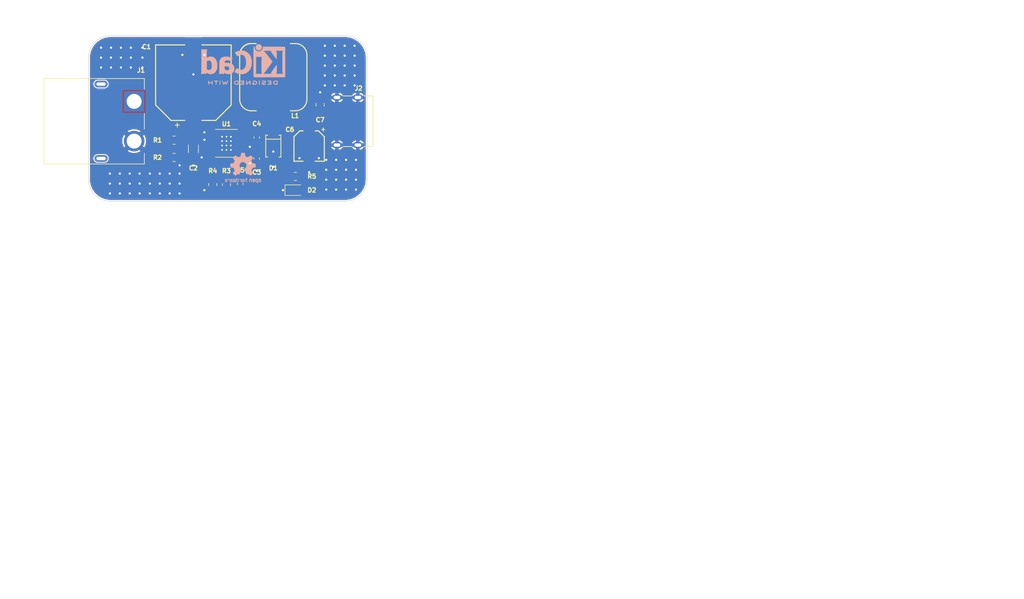
<source format=kicad_pcb>
(kicad_pcb (version 20241229) (generator "pcbnew") (generator_version "9.0")
  (title_block (title "${DOC_TYPE} Document") (date "2024-04-13") (rev "1.0") (company "No Name") (comment 1 "Mustafa Emin ADAK"))
  (layers (0 "F.Cu" signal "L1 (Sig, PWR)") (2 "B.Cu" signal "L2 (GND)") (13 "F.Paste" user) (15 "B.Paste" user) (5 "F.SilkS" user "F.Silkscreen") (7 "B.SilkS" user "B.Silkscreen") (1 "F.Mask" user) (3 "B.Mask" user) (25 "Edge.Cuts" user))
  (property "BOARD_NAME" "Board Name")
  (property "COMPANY" "Company Name")
  (property "DESIGNER" "Designer Name")
  (property "DOC_TYPE" "Fabrication")
  (property "PROJECT_NAME" "Project Name")
  (property "RELEASE_DATE" "Release Date")
  (property "REVIEWER" "Reviewer Name")
  (property "REVISION" "Revision Number")
  (property "VARIANT" "Variant Name")
  (net 0 "")
  (net 1 "VIN")
  (net 2 "GND")
  (net 3 "Net-(U1-SS)")
  (net 4 "Net-(U1-BST)")
  (net 5 "Net-(D1-C)")
  (net 6 "/FB")
  (net 7 "+5V")
  (net 8 "Net-(D2-A)")
  (net 11 "Net-(U1-EN)")
  (footprint "LED_SMD:LED_0805_2012Metric_Pad1.15x1.40mm_HandSolder" (layer "F.Cu") (at 151.475 122.5)
    (property "Reference" "D2" (at 3.025 0 180) (layer "F.SilkS") (effects (font (size 0.8 0.8) (thickness 0.2))))
    (property "Value" "LED_GREEN")
    (pad "1" smd roundrect (at -1.025 0) (size 1.15 1.4) (layers "F.Cu" "F.Mask" "F.Paste") (roundrect_rratio 0.217391) (net 2 "GND") (thermal_bridge_width 0.6) (thermal_gap 0.3))
    (pad "2" smd roundrect (at 1.025 0) (size 1.15 1.4) (layers "F.Cu" "F.Mask" "F.Paste") (roundrect_rratio 0.217391) (net 8 "Net-(D2-A)"))
  )
  (footprint "0_capacitors:WCAP-ASLI_5X5.5_DXL_47U_" (layer "F.Cu") (at 154 114.5 90)
    (property "Reference" "C6" (at 3 -3.5 0) (layer "F.SilkS") (effects (font (size 0.8 0.8) (thickness 0.2))))
    (property "Value" "47uF-16V")
    (fp_text user "+" (at 3 2.5 90) (layer "F.SilkS") (effects (font (size 0.8 0.8))))
    (pad "1" smd rect (at 2.2 0 90) (size 3 1.6) (layers "F.Cu" "F.Mask" "F.Paste") (net 7 "+5V"))
    (pad "2" smd rect (at -2.2 0 90) (size 3 1.6) (layers "F.Cu" "F.Mask" "F.Paste") (net 2 "GND"))
  )
  (footprint "Resistor_SMD:R_0805_2012Metric_Pad1.20x1.40mm_HandSolder" (layer "F.Cu") (at 129.5 116.5625)
    (property "Reference" "R2" (at -3 0 180) (layer "F.SilkS") (effects (font (size 0.8 0.8) (thickness 0.2))))
    (property "Value" "33K-DNP")
    (pad "1" smd roundrect (at -1 0) (size 1.2 1.4) (layers "F.Cu" "F.Mask" "F.Paste") (roundrect_rratio 0.208333) (net 11 "Net-(U1-EN)"))
    (pad "2" smd roundrect (at 1 0) (size 1.2 1.4) (layers "F.Cu" "F.Mask" "F.Paste") (roundrect_rratio 0.208333) (net 2 "GND") (thermal_bridge_width 0.6) (thermal_gap 0.3))
  )
  (footprint "Capacitor_SMD:C_0805_2012Metric_Pad1.18x1.45mm_HandSolder" (layer "F.Cu") (at 156 107 90)
    (property "Reference" "C7" (hide yes))
    (property "Value" "22uF-16V")
    (fp_text user "${REFERENCE}" (at -2.75 0 0) (layer "F.SilkS") (effects (font (size 0.8 0.8) (thickness 0.2))))
    (pad "1" smd roundrect (at -1.0375 0 90) (size 1.175 1.45) (layers "F.Cu" "F.Mask" "F.Paste") (roundrect_rratio 0.212766) (net 7 "+5V"))
    (pad "2" smd roundrect (at 1.0375 0 90) (size 1.175 1.45) (layers "F.Cu" "F.Mask" "F.Paste") (roundrect_rratio 0.212766) (net 2 "GND") (thermal_bridge_width 0.6) (thermal_gap 0.3))
  )
  (footprint "Resistor_SMD:R_0805_2012Metric_Pad1.20x1.40mm_HandSolder" (layer "F.Cu") (at 129.5 113.4375 180)
    (property "Reference" "R1" (at 3 0 180) (layer "F.SilkS") (effects (font (size 0.8 0.8) (thickness 0.2))))
    (property "Value" "100K")
    (pad "1" smd roundrect (at -1 0 180) (size 1.2 1.4) (layers "F.Cu" "F.Mask" "F.Paste") (roundrect_rratio 0.208333) (net 1 "VIN"))
    (pad "2" smd roundrect (at 1 0 180) (size 1.2 1.4) (layers "F.Cu" "F.Mask" "F.Paste") (roundrect_rratio 0.208333) (net 11 "Net-(U1-EN)"))
  )
  (footprint "0_connectors:AMASS_XT60PW-M" (layer "F.Cu") (at 116.25 110 90)
    (property "Reference" "J1" (at 9.25 7.25 0) (layer "F.SilkS") (effects (font (size 0.8 0.8) (thickness 0.2))))
    (property "Value" "Conn_Male")
    (pad "" thru_hole oval (at -6.75 0 90) (size 1.2 2.4) (drill oval 0.6 1.7) (layers "*.Cu" "*.Mask"))
    (pad "" thru_hole oval (at 6.75 0 90) (size 1.2 2.4) (drill oval 0.6 1.7) (layers "*.Cu" "*.Mask"))
    (pad "1" thru_hole rect (at 3.6 6 90) (size 3.716 3.716) (drill 2.7) (layers "*.Cu" "*.Mask") (net 1 "VIN"))
    (pad "2" thru_hole circle (at -3.6 6 90) (size 3.716 3.716) (drill 2.7) (layers "*.Cu" "*.Mask") (net 2 "GND") (thermal_bridge_width 0.9) (thermal_gap 0.3))
  )
  (footprint "Capacitor_SMD:C_0603_1608Metric_Pad1.08x0.95mm_HandSolder" (layer "F.Cu") (at 144.5 112.9575 90)
    (property "Reference" "C4" (at 2.5 0 180) (layer "F.SilkS") (effects (font (size 0.8 0.8) (thickness 0.2))))
    (property "Value" "100nF-50V")
    (pad "1" smd roundrect (at -0.8625 0 90) (size 1.075 0.95) (layers "F.Cu" "F.Mask" "F.Paste") (net 4 "Net-(U1-BST)"))
    (pad "2" smd roundrect (at 0.8625 0 90) (size 1.075 0.95) (layers "F.Cu" "F.Mask" "F.Paste") (net 5 "Net-(D1-C)"))
  )
  (footprint "Resistor_SMD:R_0805_2012Metric_Pad1.20x1.40mm_HandSolder" (layer "F.Cu") (at 151.5 120)
    (property "Reference" "R5" (at 3 0 180) (layer "F.SilkS") (effects (font (size 0.8 0.8) (thickness 0.2))))
    (property "Value" "330")
    (pad "1" smd roundrect (at -1 0) (size 1.2 1.4) (layers "F.Cu" "F.Mask" "F.Paste") (roundrect_rratio 0.208333) (net 7 "+5V"))
    (pad "2" smd roundrect (at 1 0) (size 1.2 1.4) (layers "F.Cu" "F.Mask" "F.Paste") (roundrect_rratio 0.208333) (net 8 "Net-(D2-A)"))
  )
  (footprint "Resistor_SMD:R_0805_2012Metric_Pad1.20x1.40mm_HandSolder" (layer "F.Cu") (at 136.525 121.5 -90)
    (property "Reference" "R4" (at -2.5 0 0) (layer "F.SilkS") (effects (font (size 0.8 0.8) (thickness 0.2))))
    (property "Value" "68K")
    (pad "1" smd roundrect (at -1 0 270) (size 1.2 1.4) (layers "F.Cu" "F.Mask" "F.Paste") (roundrect_rratio 0.208333) (net 6 "/FB"))
    (pad "2" smd roundrect (at 1 0 270) (size 1.2 1.4) (layers "F.Cu" "F.Mask" "F.Paste") (roundrect_rratio 0.208333) (net 2 "GND") (thermal_bridge_width 0.6) (thermal_gap 0.3))
  )
  (footprint "0_capacitors:WCAP-ASLI_12.5X14_DXL_220U_" (layer "F.Cu") (at 133 103 -90)
    (property "Reference" "C1" (at -6.5 8.5 0) (layer "F.SilkS") (effects (font (size 0.8 0.8) (thickness 0.2))))
    (property "Value" "220uF-63V")
    (fp_text user "+" (at 7.7 3 90) (layer "F.SilkS"))
    (pad "1" smd rect (at 5.05 0 270) (size 5.8 2.5) (layers "F.Cu" "F.Mask" "F.Paste") (net 1 "VIN"))
    (pad "2" smd rect (at -5.05 0 270) (size 5.8 2.5) (layers "F.Cu" "F.Mask" "F.Paste") (net 2 "GND") (thermal_bridge_width 0.9) (thermal_gap 0.3))
  )
  (footprint "Capacitor_SMD:C_0603_1608Metric_Pad1.08x0.95mm_HandSolder" (layer "F.Cu") (at 141.5 121.3625 90)
    (property "Reference" "C5" (at 2.5 0 0) (layer "F.SilkS") (effects (font (size 0.8 0.8) (thickness 0.2))))
    (property "Value" "120pF-50V")
    (pad "1" smd roundrect (at -0.8625 0 90) (size 1.075 0.95) (layers "F.Cu" "F.Mask" "F.Paste") (net 7 "+5V"))
    (pad "2" smd roundrect (at 0.8625 0 90) (size 1.075 0.95) (layers "F.Cu" "F.Mask" "F.Paste") (net 6 "/FB"))
  )
  (footprint "Capacitor_SMD:C_1206_3216Metric_Pad1.33x1.80mm_HandSolder" (layer "F.Cu") (at 133 115 -90)
    (property "Reference" "C2" (hide yes))
    (property "Value" "2.2uF-100V")
    (fp_text user "${REFERENCE}" (at 3.5 0 0) (layer "F.SilkS") (effects (font (size 0.8 0.8) (thickness 0.2))))
    (pad "1" smd roundrect (at -1.5625 0 270) (size 1.325 1.8) (layers "F.Cu" "F.Mask" "F.Paste") (roundrect_rratio 0.188679) (net 1 "VIN"))
    (pad "2" smd roundrect (at 1.5625 0 270) (size 1.325 1.8) (layers "F.Cu" "F.Mask" "F.Paste") (roundrect_rratio 0.188679) (net 2 "GND") (thermal_bridge_width 0.6) (thermal_gap 0.3))
  )
  (footprint "0_connectors:2171750001_MOL" (layer "F.Cu") (at 162 110 90)
    (property "Reference" "J2" (at 5.982233 0.982233 0) (layer "F.SilkS") (effects (font (size 0.8 0.8) (thickness 0.2))))
    (property "Value" "Conn_USB_TypeC_PWR")
    (pad "7" thru_hole oval (at -4.32 -2.9544 90) (size 1.0922 1.7018) (drill oval 0.6 1.2) (layers "*.Cu" "*.Mask") (net 2 "GND") (thermal_bridge_width 0.6) (thermal_gap 0.3))
    (pad "7" thru_hole oval (at -4.32 0.845599 90) (size 1.0922 1.7018) (drill oval 0.6 1.2) (layers "*.Cu" "*.Mask") (net 2 "GND") (thermal_bridge_width 0.6) (thermal_gap 0.3))
    (pad "7" thru_hole oval (at 4.32 -2.9544 90) (size 1.0922 1.7018) (drill oval 0.6 1.2) (layers "*.Cu" "*.Mask") (net 2 "GND") (thermal_bridge_width 0.6) (thermal_gap 0.3))
    (pad "7" thru_hole oval (at 4.32 0.845599 90) (size 1.0922 1.7018) (drill oval 0.6 1.2) (layers "*.Cu" "*.Mask") (net 2 "GND") (thermal_bridge_width 0.6) (thermal_gap 0.3))
    (pad "A5" smd rect (at -0.499999 -3.034401 90) (size 0.7112 1.1938) (layers "F.Cu" "F.Mask" "F.Paste"))
    (pad "A9" smd rect (at 1.52 -3.034401 90) (size 0.762 1.1938) (layers "F.Cu" "F.Mask" "F.Paste") (net 7 "+5V"))
    (pad "A12" smd rect (at 2.75 -3.034401 90) (size 0.8128 1.1938) (layers "F.Cu" "F.Mask" "F.Paste") (net 2 "GND"))
    (pad "B5" smd rect (at 0.499999 -3.034401 90) (size 0.7112 1.1938) (layers "F.Cu" "F.Mask" "F.Paste"))
    (pad "B9" smd rect (at -1.519936 -3.034284 90) (size 0.762 1.1938) (layers "F.Cu" "F.Mask" "F.Paste") (net 7 "+5V"))
    (pad "B12" smd rect (at -2.749936 -3.034284 90) (size 0.8128 1.1938) (layers "F.Cu" "F.Mask" "F.Paste") (net 2 "GND") (thermal_bridge_width 0.6) (thermal_gap 0.3))
  )
  (footprint "0_mp2494:SOIC8E" (layer "F.Cu") (at 139 114)
    (property "Reference" "U1" (at 0 -3.5 180) (layer "F.SilkS") (effects (font (size 0.8 0.8) (thickness 0.2))))
    (property "Value" "MP2494DN-LF-Z")
    (pad "1" smd roundrect (at -2.475 -1.905) (size 1.97 0.6) (layers "F.Cu" "F.Mask" "F.Paste") (roundrect_rratio 0.125) (net 1 "VIN"))
    (pad "2" smd roundrect (at -2.475 -0.635) (size 1.97 0.6) (layers "F.Cu" "F.Mask" "F.Paste") (roundrect_rratio 0.125) (net 2 "GND"))
    (pad "2" smd rect (at 0 0) (size 2.41 3.3) (layers "F.Cu" "F.Mask") (net 2 "GND"))
    (pad "3" smd roundrect (at -2.475 0.635) (size 1.97 0.6) (layers "F.Cu" "F.Mask" "F.Paste") (roundrect_rratio 0.125) (net 11 "Net-(U1-EN)"))
    (pad "4" smd roundrect (at -2.475 1.905) (size 1.97 0.6) (layers "F.Cu" "F.Mask" "F.Paste") (roundrect_rratio 0.125) (net 6 "/FB"))
    (pad "5" smd roundrect (at 2.475 1.905) (size 1.97 0.6) (layers "F.Cu" "F.Mask" "F.Paste") (roundrect_rratio 0.125) (net 3 "Net-(U1-SS)"))
    (pad "6" smd roundrect (at 2.475 0.635) (size 1.97 0.6) (layers "F.Cu" "F.Mask" "F.Paste") (roundrect_rratio 0.125) (net 2 "GND"))
    (pad "7" smd roundrect (at 2.475 -0.635) (size 1.97 0.6) (layers "F.Cu" "F.Mask" "F.Paste") (roundrect_rratio 0.125) (net 4 "Net-(U1-BST)"))
    (pad "8" smd roundrect (at 2.475 -1.905) (size 1.97 0.6) (layers "F.Cu" "F.Mask" "F.Paste") (roundrect_rratio 0.125) (net 5 "Net-(D1-C)"))
  )
  (footprint "Capacitor_SMD:C_0603_1608Metric_Pad1.08x0.95mm_HandSolder" (layer "F.Cu") (at 144.5 116.7675 90)
    (property "Reference" "C3" (at -2.4825 0 180) (layer "F.SilkS") (effects (font (size 0.8 0.8) (thickness 0.2))))
    (property "Value" "100nF-50V")
    (pad "1" smd roundrect (at -0.8625 0 90) (size 1.075 0.95) (layers "F.Cu" "F.Mask" "F.Paste") (net 2 "GND") (thermal_bridge_width 0.6) (thermal_gap 0.3))
    (pad "2" smd roundrect (at 0.8625 0 90) (size 1.075 0.95) (layers "F.Cu" "F.Mask" "F.Paste") (net 3 "Net-(U1-SS)"))
  )
  (footprint "Resistor_SMD:R_0805_2012Metric_Pad1.20x1.40mm_HandSolder" (layer "F.Cu") (at 139 121.5 90)
    (property "Reference" "R3" (at 2.5 0 0) (layer "F.SilkS") (effects (font (size 0.8 0.8) (thickness 0.2))))
    (property "Value" "360K")
    (pad "1" smd roundrect (at -1 0 90) (size 1.2 1.4) (layers "F.Cu" "F.Mask" "F.Paste") (roundrect_rratio 0.208333) (net 7 "+5V"))
    (pad "2" smd roundrect (at 1 0 90) (size 1.2 1.4) (layers "F.Cu" "F.Mask" "F.Paste") (roundrect_rratio 0.208333) (net 6 "/FB"))
  )
  (footprint "0_inductor:WE-PD_1210" (layer "F.Cu") (at 147.5 102)
    (property "Reference" "L1" (at 3.95 7 0) (layer "F.SilkS") (effects (font (size 0.8 0.8) (thickness 0.2))))
    (property "Value" "39uH")
    (pad "1" smd rect (at 0 4.95) (size 5.4 2.9) (layers "F.Cu" "F.Mask" "F.Paste") (net 5 "Net-(D1-C)"))
    (pad "2" smd rect (at 0 -4.95) (size 5.4 2.9) (layers "F.Cu" "F.Mask" "F.Paste") (net 7 "+5V"))
  )
  (footprint "0_diode:DIO_RB050LAM_ROM-M" (layer "F.Cu") (at 147.5 114.5 -90)
    (property "Reference" "D1" (at 4 0 0) (layer "F.SilkS") (effects (font (size 0.8 0.8) (thickness 0.2))))
    (property "Value" "RBR3LAM60BTR")
    (pad "1" smd rect (at -2.3241 0 270) (size 1.2 1.6) (layers "F.Cu" "F.Mask" "F.Paste") (net 5 "Net-(D1-C)"))
    (pad "2" smd rect (at 2.3241 0 270) (size 1.2 1.6) (layers "F.Cu" "F.Mask" "F.Paste") (net 2 "GND"))
  )
  (footprint "Symbol:OSHW-Logo2_7.3x6mm_SilkScreen" (layer "B.Cu") (at 142 118.5 180)
    (property "Reference" "REF**" (hide yes))
    (property "Value" "OSHW-Logo2_7.3x6mm_SilkScreen" (hide yes))
  )
  (footprint "Symbol:KiCad-Logo2_6mm_SilkScreen" (layer "B.Cu") (at 142 99 180)
    (property "Reference" "REF**" (hide yes))
    (property "Value" "KiCad-Logo2_6mm_SilkScreen" (hide yes))
  )
  (gr_arc (start 164.5 120.5) (mid 163.328427 123.328427) (end 160.5 124.5) (stroke (width 0.1)) (layer "Edge.Cuts"))
  (gr_arc (start 114 98.5) (mid 115.171573 95.671573) (end 118 94.5) (stroke (width 0.1)) (layer "Edge.Cuts"))
  (gr_line (start 114 98.5) (end 114 120.5) (stroke (width 0.1)) (layer "Edge.Cuts"))
  (gr_line (start 160.5 94.5) (end 118 94.5) (stroke (width 0.1)) (layer "Edge.Cuts"))
  (gr_arc (start 118 124.5) (mid 115.171573 123.328427) (end 114 120.5) (stroke (width 0.1)) (layer "Edge.Cuts"))
  (gr_line (start 118 124.5) (end 160.5 124.5) (stroke (width 0.1)) (layer "Edge.Cuts"))
  (gr_line (start 164.5 120.5) (end 164.5 98.5) (stroke (width 0.1)) (layer "Edge.Cuts"))
  (gr_arc (start 160.5 94.5) (mid 163.328427 95.671573) (end 164.5 98.5) (stroke (width 0.1)) (layer "Edge.Cuts"))
  (via (at 121.45 119.5) (size 0.8) (drill 0.4) (layers "F.Cu" "B.Cu") (net 2))
  (via (at 138.2 113.6) (size 0.6) (drill 0.3) (layers "F.Cu" "B.Cu") (net 2))
  (via (at 139 112.8) (size 0.6) (drill 0.3) (layers "F.Cu" "B.Cu") (net 2))
  (via (at 158.65 96.3) (size 0.8) (drill 0.4) (layers "F.Cu" "B.Cu") (net 2))
  (via (at 139 113.6) (size 0.6) (drill 0.3) (layers "F.Cu" "B.Cu") (net 2))
  (via (at 119.65 119.5) (size 0.8) (drill 0.4) (layers "F.Cu" "B.Cu") (net 2))
  (via (at 135 113.365) (size 0.8) (drill 0.4) (layers "F.Cu" "B.Cu") (net 2))
  (via (at 158.65 101.7) (size 0.8) (drill 0.4) (layers "F.Cu" "B.Cu") (net 2))
  (via (at 123.75 98.45) (size 0.8) (drill 0.4) (layers "F.Cu" "B.Cu") (net 2))
  (via (at 121.65 98.45) (size 0.8) (drill 0.4) (layers "F.Cu" "B.Cu") (net 2))
  (via (at 138.2 114.4) (size 0.6) (drill 0.3) (layers "F.Cu" "B.Cu") (net 2))
  (via (at 157.1 122.4) (size 0.8) (drill 0.4) (layers "F.Cu" "B.Cu") (net 2))
  (via (at 135 97.95) (size 0.8) (drill 0.4) (layers "F.Cu" "B.Cu") (net 2))
  (via (at 116.25 96.65) (size 0.8) (drill 0.4) (layers "F.Cu" "B.Cu") (net 2))
  (via (at 162.5 122.4) (size 0.8) (drill 0.4) (layers "F.Cu" "B.Cu") (net 2))
  (via (at 162.5 118.8) (size 0.8) (drill 0.4) (layers "F.Cu" "B.Cu") (net 2))
  (via (at 156.85 98.1) (size 0.8) (drill 0.4) (layers "F.Cu" "B.Cu") (net 2))
  (via (at 144.5 119) (size 0.8) (drill 0.4) (layers "F.Cu" "B.Cu") (net 2))
  (via (at 128.7 119.5) (size 0.8) (drill 0.4) (layers "F.Cu" "B.Cu") (net 2))
  (via (at 152.25 116.7) (size 0.8) (drill 0.4) (layers "F.Cu" "B.Cu") (net 2))
  (via (at 162.25 103.5) (size 0.8) (drill 0.4) (layers "F.Cu" "B.Cu") (net 2))
  (via (at 156 104.75) (size 0.8) (drill 0.4) (layers "F.Cu" "B.Cu") (net 2))
  (via (at 126.9 123.1) (size 0.8) (drill 0.4) (layers "F.Cu" "B.Cu") (net 2))
  (via (at 147.5 118.25) (size 0.8) (drill 0.4) (layers "F.Cu" "B.Cu") (net 2))
  (via (at 158.65 99.9) (size 0.8) (drill 0.4) (layers "F.Cu" "B.Cu") (net 2))
  (via (at 118.05 98.45) (size 0.8) (drill 0.4) (layers "F.Cu" "B.Cu") (net 2))
  (via (at 125.1 123.1) (size 0.8) (drill 0.4) (layers "F.Cu" "B.Cu") (net 2))
  (via (at 162.25 101.7) (size 0.8) (drill 0.4) (layers "F.Cu" "B.Cu") (net 2))
  (via (at 123.75 100.25) (size 0.8) (drill 0.4) (layers "F.Cu" "B.Cu") (net 2))
  (via (at 138.2 112.8) (size 0.6) (drill 0.3) (layers "F.Cu" "B.Cu") (net 2))
  (via (at 139.8 112.8) (size 0.6) (drill 0.3) (layers "F.Cu" "B.Cu") (net 2))
  (via (at 121.45 123.1) (size 0.8) (drill 0.4) (layers "F.Cu" "B.Cu") (net 2))
  (via (at 160.45 103.5) (size 0.8) (drill 0.4) (layers "F.Cu" "B.Cu") (net 2))
  (via (at 155.75 116.7) (size 0.8) (drill 0.4) (layers "F.Cu" "B.Cu") (net 2))
  (via (at 128.7 123.1) (size 0.8) (drill 0.4) (layers "F.Cu" "B.Cu") (net 2))
  (via (at 158.9 120.6) (size 0.8) (drill 0.4) (layers "F.Cu" "B.Cu") (net 2))
  (via (at 119.85 96.65) (size 0.8) (drill 0.4) (layers "F.Cu" "B.Cu") (net 2))
  (via (at 157.1 117) (size 0.8) (drill 0.4) (layers "F.Cu" "B.Cu") (net 2))
  (via (at 119.85 98.45) (size 0.8) (drill 0.4) (layers "F.Cu" "B.Cu") (net 2))
  (via (at 162.5 120.6) (size 0.8) (drill 0.4) (layers "F.Cu" "B.Cu") (net 2))
  (via (at 143.25 117.63) (size 0.8) (drill 0.4) (layers "F.Cu" "B.Cu") (net 2))
  (via (at 157.1 120.6) (size 0.8) (drill 0.4) (layers "F.Cu" "B.Cu") (net 2))
  (via (at 121.45 121.3) (size 0.8) (drill 0.4) (layers "F.Cu" "B.Cu") (net 2))
  (via (at 123.25 119.5) (size 0.8) (drill 0.4) (layers "F.Cu" "B.Cu") (net 2))
  (via (at 139 115.2) (size 0.6) (drill 0.3) (layers "F.Cu" "B.Cu") (net 2))
  (via (at 131 97.95) (size 0.8) (drill 0.4) (layers "F.Cu" "B.Cu") (net 2))
  (via (at 123.75 96.65) (size 0.8) (drill 0.4) (layers "F.Cu" "B.Cu") (net 2))
  (via (at 130.5 118) (size 0.8) (drill 0.4) (layers "F.Cu" "B.Cu") (net 2))
  (via (at 118.05 96.65) (size 0.8) (drill 0.4) (layers "F.Cu" "B.Cu") (net 2))
  (via (at 160.7 117) (size 0.8) (drill 0.4) (layers "F.Cu" "B.Cu") (net 2))
  (via (at 157.1 118.8) (size 0.8) (drill 0.4) (layers "F.Cu" "B.Cu") (net 2))
  (via (at 160.7 122.4) (size 0.8) (drill 0.4) (layers "F.Cu" "B.Cu") (net 2))
  (via (at 156.85 103.5) (size 0.8) (drill 0.4) (layers "F.Cu" "B.Cu") (net 2))
  (via (at 121.65 100.25) (size 0.8) (drill 0.4) (layers "F.Cu" "B.Cu") (net 2))
  (via (at 160.45 96.3) (size 0.8) (drill 0.4) (layers "F.Cu" "B.Cu") (net 2))
  (via (at 138.2 115.2) (size 0.6) (drill 0.3) (layers "F.Cu" "B.Cu") (net 2))
  (via (at 139.8 114.4) (size 0.6) (drill 0.3) (layers "F.Cu" "B.Cu") (net 2))
  (via (at 147.5 115.5) (size 0.8) (drill 0.4) (layers "F.Cu" "B.Cu") (net 2))
  (via (at 119.85 100.25) (size 0.8) (drill 0.4) (layers "F.Cu" "B.Cu") (net 2))
  (via (at 160.45 98.1) (size 0.8) (drill 0.4) (layers "F.Cu" "B.Cu") (net 2))
  (via (at 133 101.5) (size 0.8) (drill 0.4) (layers "F.Cu" "B.Cu") (net 2))
  (via (at 116.25 98.45) (size 0.8) (drill 0.4) (layers "F.Cu" "B.Cu") (net 2))
  (via (at 130.5 121.3) (size 0.8) (drill 0.4) (layers "F.Cu" "B.Cu") (net 2))
  (via (at 128.7 121.3) (size 0.8) (drill 0.4) (layers "F.Cu" "B.Cu") (net 2))
  (via (at 158.9 118.8) (size 0.8) (drill 0.4) (layers "F.Cu" "B.Cu") (net 2))
  (via (at 126.9 119.5) (size 0.8) (drill 0.4) (layers "F.Cu" "B.Cu") (net 2))
  (via (at 117.85 119.5) (size 0.8) (drill 0.4) (layers "F.Cu" "B.Cu") (net 2))
  (via (at 130.5 119.5) (size 0.8) (drill 0.4) (layers "F.Cu" "B.Cu") (net 2))
  (via (at 135 122.5) (size 0.8) (drill 0.4) (layers "F.Cu" "B.Cu") (net 2))
  (via (at 143.25 114.635) (size 0.8) (drill 0.4) (layers "F.Cu" "B.Cu") (net 2))
  (via (at 125.1 119.5) (size 0.8) (drill 0.4) (layers "F.Cu" "B.Cu") (net 2))
  (via (at 116.25 100.25) (size 0.8) (drill 0.4) (layers "F.Cu" "B.Cu") (net 2))
  (via (at 125.1 121.3) (size 0.8) (drill 0.4) (layers "F.Cu" "B.Cu") (net 2))
  (via (at 119.65 121.3) (size 0.8) (drill 0.4) (layers "F.Cu" "B.Cu") (net 2))
  (via (at 139.8 113.6) (size 0.6) (drill 0.3) (layers "F.Cu" "B.Cu") (net 2))
  (via (at 134.5 116.5625) (size 0.8) (drill 0.4) (layers "F.Cu" "B.Cu") (net 2))
  (via (at 160.45 99.9) (size 0.8) (drill 0.4) (layers "F.Cu" "B.Cu") (net 2))
  (via (at 118.05 100.25) (size 0.8) (drill 0.4) (layers "F.Cu" "B.Cu") (net 2))
  (via (at 156.85 101.7) (size 0.8) (drill 0.4) (layers "F.Cu" "B.Cu") (net 2))
  (via (at 126.9 121.3) (size 0.8) (drill 0.4) (layers "F.Cu" "B.Cu") (net 2))
  (via (at 160.7 120.6) (size 0.8) (drill 0.4) (layers "F.Cu" "B.Cu") (net 2))
  (via (at 123.25 123.1) (size 0.8) (drill 0.4) (layers "F.Cu" "B.Cu") (net 2))
  (via (at 133 118) (size 0.8) (drill 0.4) (layers "F.Cu" "B.Cu") (net 2))
  (via (at 149.25 122.5) (size 0.8) (drill 0.4) (layers "F.Cu" "B.Cu") (net 2))
  (via (at 121.65 96.65) (size 0.8) (drill 0.4) (layers "F.Cu" "B.Cu") (net 2))
  (via (at 123.25 121.3) (size 0.8) (drill 0.4) (layers "F.Cu" "B.Cu") (net 2))
  (via (at 162.25 98.1) (size 0.8) (drill 0.4) (layers "F.Cu" "B.Cu") (net 2))
  (via (at 160.45 101.7) (size 0.8) (drill 0.4) (layers "F.Cu" "B.Cu") (net 2))
  (via (at 158.9 122.4) (size 0.8) (drill 0.4) (layers "F.Cu" "B.Cu") (net 2))
  (via (at 158.65 103.5) (size 0.8) (drill 0.4) (layers "F.Cu" "B.Cu") (net 2))
  (via (at 119.65 123.1) (size 0.8) (drill 0.4) (layers "F.Cu" "B.Cu") (net 2))
  (via (at 160.7 118.8) (size 0.8) (drill 0.4) (layers "F.Cu" "B.Cu") (net 2))
  (via (at 156.85 99.9) (size 0.8) (drill 0.4) (layers "F.Cu" "B.Cu") (net 2))
  (via (at 130.5 123.1) (size 0.8) (drill 0.4) (layers "F.Cu" "B.Cu") (net 2))
  (via (at 139 114.4) (size 0.6) (drill 0.3) (layers "F.Cu" "B.Cu") (net 2))
  (via (at 158.9 117) (size 0.8) (drill 0.4) (layers "F.Cu" "B.Cu") (net 2))
  (via (at 158.65 98.1) (size 0.8) (drill 0.4) (layers "F.Cu" "B.Cu") (net 2))
  (via (at 162.25 99.9) (size 0.8) (drill 0.4) (layers "F.Cu" "B.Cu") (net 2))
  (via (at 117.85 123.1) (size 0.8) (drill 0.4) (layers "F.Cu" "B.Cu") (net 2))
  (via (at 162.5 117) (size 0.8) (drill 0.4) (layers "F.Cu" "B.Cu") (net 2))
  (via (at 156.85 96.3) (size 0.8) (drill 0.4) (layers "F.Cu" "B.Cu") (net 2))
  (via (at 162.25 96.3) (size 0.8) (drill 0.4) (layers "F.Cu" "B.Cu") (net 2))
  (via (at 117.85 121.3) (size 0.8) (drill 0.4) (layers "F.Cu" "B.Cu") (net 2))
  (via (at 139.8 115.2) (size 0.6) (drill 0.3) (layers "F.Cu" "B.Cu") (net 2))
  (via (at 154 119.25) (size 0.8) (drill 0.4) (layers "F.Cu" "B.Cu") (net 2))
  (segment (start 141.475 115.905) (end 144.5 115.905) (width 0.3048) (layer "F.Cu") (net 3))
  (segment (start 143.32 113.82) (end 144.5 113.82) (width 0.3048) (layer "F.Cu") (net 4))
  (segment (start 142.865 113.365) (end 143.32 113.82) (width 0.3048) (layer "F.Cu") (net 4))
  (segment (start 141.475 113.365) (end 142.865 113.365) (width 0.3048) (layer "F.Cu") (net 4))
  (segment (start 136.525 115.905) (end 136.525 120.5) (width 0.3048) (layer "F.Cu") (net 6))
  (segment (start 139 120.5) (end 141.5 120.5) (width 0.3048) (layer "F.Cu") (net 6))
  (segment (start 136.525 120.5) (end 139 120.5) (width 0.3048) (layer "F.Cu") (net 6))
  (segment (start 145.525 122.225) (end 147.75 120) (width 0.508) (layer "F.Cu") (net 7))
  (segment (start 140.275 122.225) (end 141.5 122.225) (width 0.508) (layer "F.Cu") (net 7))
  (segment (start 147.75 120) (end 150.5 120) (width 0.508) (layer "F.Cu") (net 7))
  (segment (start 141.5 122.225) (end 145.525 122.225) (width 0.508) (layer "F.Cu") (net 7))
  (segment (start 139 122.5) (end 140 122.5) (width 0.508) (layer "F.Cu") (net 7))
  (segment (start 140 122.5) (end 140.275 122.225) (width 0.508) (layer "F.Cu") (net 7))
  (segment (start 152.5 120) (end 152.5 122.5) (width 0.3048) (layer "F.Cu") (net 8))
  (segment (start 133.75 115) (end 134.115 114.635) (width 0.3048) (layer "F.Cu") (net 11))
  (segment (start 134.115 114.635) (end 136.525 114.635) (width 0.3048) (layer "F.Cu") (net 11))
  (segment (start 128.5 115) (end 128.5 116.5625) (width 0.3048) (layer "F.Cu") (net 11))
  (segment (start 128.5 113.4375) (end 128.5 115) (width 0.3048) (layer "F.Cu") (net 11))
  (segment (start 128.5 115) (end 133.75 115) (width 0.3048) (layer "F.Cu") (net 11))
  (zone (net 7) (net_name "+5V") (layer "F.Cu") (priority 3) (connect_pads (clearance 0)) (min_thickness 0.25) (fill yes (thermal_gap 0.5) (thermal_bridge_width 0.5))
    (polygon (pts (xy 150.5 95.5) (xy 150.5 98.5) (xy 154.5 102.5) (xy 154.5 107) (xy 154.75 107.25) (xy 156.75 107.25) (xy 157.5 108) (xy 159.5 108) (xy 159.65 108.15) (xy 159.65 108.75) (xy 159.5 108.9) (xy 157.85 108.9) (xy 157.5 109.25) (xy 157.5 110.75) (xy 157.85 111.1) (xy 159.5 111.1) (xy 159.65 111.25) (xy 159.65 111.85) (xy 159.5 112) (xy 157.75 112) (xy 155.4 114.35) (xy 152.642 114.35) (xy 151.4 115.5) (xy 151.4 115.604545) (xy 151.4 120.7) (xy 151.1 121) (xy 149.9 121) (xy 149.6 120.7) (xy 149.6 115.1) (xy 151.75 113) (xy 152 112.75) (xy 152 104) (xy 147.35 99.35) (xy 144.75 99.35) (xy 144.5 99.1) (xy 144.5 95.5) (xy 144.7 95.3) (xy 150.3 95.3)))
  )
  (zone (net 1) (net_name "VIN") (layer "F.Cu") (priority 1) (connect_pads (clearance 0)) (min_thickness 0.25) (fill yes (thermal_gap 0.5) (thermal_bridge_width 0.5) (smoothing fillet) (radius 1))
    (polygon (pts (xy 135.5 104.75) (xy 135.5 111) (xy 136 111.5) (xy 137.25 111.5) (xy 137.5 111.75) (xy 137.5 112.25) (xy 137.25 112.5) (xy 134.75 112.5) (xy 134.25 113) (xy 134.25 113.75) (xy 134 114) (xy 133.75 114.25) (xy 132.25 114.25) (xy 130.25 114.25) (xy 130 114) (xy 130 110.25) (xy 128.75 109) (xy 120.25 109) (xy 119.5 108.25) (xy 119.5 104.5) (xy 120.25 103.75) (xy 134.5 103.75)))
  )
  (zone (net 5) (net_name "Net-(D1-C)") (layer "F.Cu") (priority 2) (connect_pads (clearance 0)) (min_thickness 0.25) (fill yes (thermal_gap 0.5) (thermal_bridge_width 0.5))
    (polygon (pts (xy 144.5 105.4) (xy 144.7 105.2) (xy 150.25 105.2) (xy 150.5 105.45) (xy 150.5 109.5) (xy 148.75 111.25) (xy 148.75 112.25) (xy 148.5 112.5) (xy 140.5 112.5) (xy 140.25 112.25) (xy 140.25 111.75) (xy 140.5 111.5) (xy 142.75 111.5) (xy 144.5 109.75)))
  )
  (zone (net 2) (net_name "GND") (layers "F.Cu" "B.Cu") (connect_pads (clearance 0)) (min_thickness 0.25) (fill yes (thermal_gap 0.5) (thermal_bridge_width 0.5) (smoothing fillet) (radius 1))
    (polygon (pts (xy 113.5 125) (xy 165 125) (xy 165 94) (xy 113.5 94)))
  )
)
</source>
